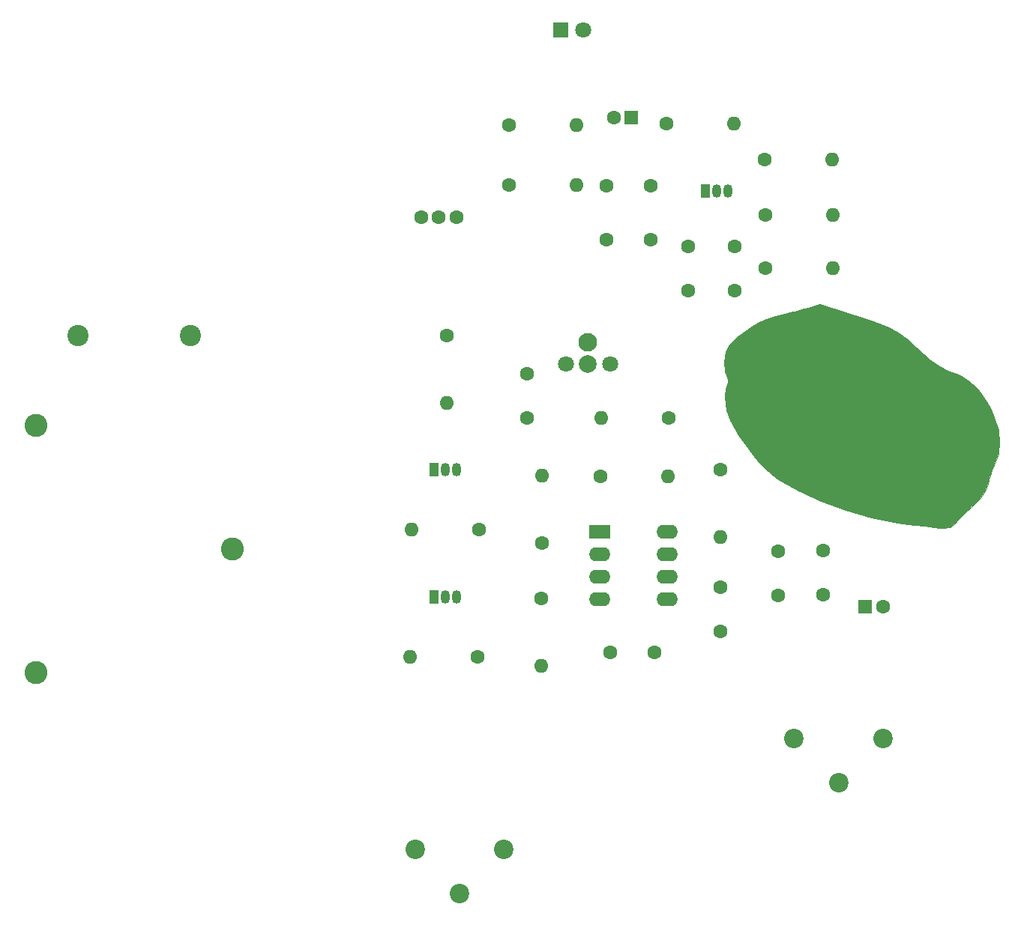
<source format=gbr>
%TF.GenerationSoftware,KiCad,Pcbnew,5.1.10-88a1d61d58~90~ubuntu20.04.1*%
%TF.CreationDate,2021-07-22T12:56:01-07:00*%
%TF.ProjectId,TwinTCPO,5477696e-5443-4504-9f2e-6b696361645f,A*%
%TF.SameCoordinates,Original*%
%TF.FileFunction,Soldermask,Bot*%
%TF.FilePolarity,Negative*%
%FSLAX46Y46*%
G04 Gerber Fmt 4.6, Leading zero omitted, Abs format (unit mm)*
G04 Created by KiCad (PCBNEW 5.1.10-88a1d61d58~90~ubuntu20.04.1) date 2021-07-22 12:56:01*
%MOMM*%
%LPD*%
G01*
G04 APERTURE LIST*
%ADD10C,0.010000*%
%ADD11O,2.400000X1.600000*%
%ADD12R,2.400000X1.600000*%
%ADD13C,1.600000*%
%ADD14O,1.600000X1.600000*%
%ADD15C,2.100000*%
%ADD16C,1.800000*%
%ADD17C,2.000000*%
%ADD18R,1.050000X1.500000*%
%ADD19O,1.050000X1.500000*%
%ADD20C,2.200000*%
%ADD21C,2.600000*%
%ADD22C,2.400000*%
%ADD23R,1.800000X1.800000*%
%ADD24R,1.400000X2.600000*%
%ADD25R,1.600000X1.600000*%
G04 APERTURE END LIST*
D10*
%TO.C,G\u002A\u002A\u002A*%
G36*
X163255043Y-76232577D02*
G01*
X162700427Y-76398460D01*
X161958233Y-76602853D01*
X161170589Y-76806879D01*
X161010666Y-76846541D01*
X159729111Y-77172792D01*
X158700394Y-77470800D01*
X157844913Y-77776982D01*
X157083071Y-78127752D01*
X156335266Y-78559527D01*
X155521900Y-79108721D01*
X154617263Y-79771421D01*
X153844541Y-80538984D01*
X153374189Y-81450077D01*
X153211081Y-82486387D01*
X153360092Y-83629606D01*
X153481754Y-84036550D01*
X153631427Y-84570359D01*
X153634402Y-84933023D01*
X153536719Y-85185467D01*
X153388033Y-85694363D01*
X153333480Y-86414136D01*
X153370228Y-87231176D01*
X153495446Y-88031872D01*
X153618777Y-88477641D01*
X153895755Y-89152058D01*
X154302156Y-89908858D01*
X154863924Y-90788631D01*
X155607001Y-91831972D01*
X156557328Y-93079471D01*
X156571046Y-93097064D01*
X157240000Y-93927087D01*
X157808265Y-94554853D01*
X158360168Y-95061767D01*
X158980036Y-95529236D01*
X159347611Y-95777435D01*
X161641857Y-97118051D01*
X164190877Y-98300075D01*
X166941296Y-99305414D01*
X169839740Y-100115978D01*
X172832836Y-100713677D01*
X174642000Y-100961471D01*
X175899744Y-101104912D01*
X176867241Y-101211315D01*
X177591267Y-101276959D01*
X178118600Y-101298124D01*
X178496017Y-101271087D01*
X178770293Y-101192128D01*
X178988207Y-101057525D01*
X179196534Y-100863558D01*
X179442052Y-100606506D01*
X179470268Y-100577375D01*
X179971592Y-100075257D01*
X180601040Y-99463552D01*
X181236402Y-98860770D01*
X181342100Y-98762236D01*
X182158703Y-97920448D01*
X182708143Y-97140455D01*
X183034562Y-96350699D01*
X183141239Y-95845681D01*
X183266030Y-95354410D01*
X183494733Y-94718879D01*
X183719382Y-94203333D01*
X184181306Y-92916452D01*
X184340607Y-91601898D01*
X184195449Y-90228785D01*
X183743996Y-88766231D01*
X183342580Y-87867833D01*
X182680204Y-86723157D01*
X181894712Y-85694620D01*
X181039707Y-84836981D01*
X180168790Y-84205000D01*
X179440568Y-83881559D01*
X178455013Y-83513982D01*
X177482132Y-82976963D01*
X176455534Y-82228681D01*
X175485474Y-81390155D01*
X174695168Y-80671279D01*
X174032410Y-80089453D01*
X173444712Y-79616241D01*
X172879589Y-79223206D01*
X172284553Y-78881909D01*
X171607117Y-78563915D01*
X170794793Y-78240786D01*
X169795096Y-77884084D01*
X168555538Y-77465373D01*
X167742376Y-77194977D01*
X164060086Y-75972311D01*
X163255043Y-76232577D01*
G37*
X163255043Y-76232577D02*
X162700427Y-76398460D01*
X161958233Y-76602853D01*
X161170589Y-76806879D01*
X161010666Y-76846541D01*
X159729111Y-77172792D01*
X158700394Y-77470800D01*
X157844913Y-77776982D01*
X157083071Y-78127752D01*
X156335266Y-78559527D01*
X155521900Y-79108721D01*
X154617263Y-79771421D01*
X153844541Y-80538984D01*
X153374189Y-81450077D01*
X153211081Y-82486387D01*
X153360092Y-83629606D01*
X153481754Y-84036550D01*
X153631427Y-84570359D01*
X153634402Y-84933023D01*
X153536719Y-85185467D01*
X153388033Y-85694363D01*
X153333480Y-86414136D01*
X153370228Y-87231176D01*
X153495446Y-88031872D01*
X153618777Y-88477641D01*
X153895755Y-89152058D01*
X154302156Y-89908858D01*
X154863924Y-90788631D01*
X155607001Y-91831972D01*
X156557328Y-93079471D01*
X156571046Y-93097064D01*
X157240000Y-93927087D01*
X157808265Y-94554853D01*
X158360168Y-95061767D01*
X158980036Y-95529236D01*
X159347611Y-95777435D01*
X161641857Y-97118051D01*
X164190877Y-98300075D01*
X166941296Y-99305414D01*
X169839740Y-100115978D01*
X172832836Y-100713677D01*
X174642000Y-100961471D01*
X175899744Y-101104912D01*
X176867241Y-101211315D01*
X177591267Y-101276959D01*
X178118600Y-101298124D01*
X178496017Y-101271087D01*
X178770293Y-101192128D01*
X178988207Y-101057525D01*
X179196534Y-100863558D01*
X179442052Y-100606506D01*
X179470268Y-100577375D01*
X179971592Y-100075257D01*
X180601040Y-99463552D01*
X181236402Y-98860770D01*
X181342100Y-98762236D01*
X182158703Y-97920448D01*
X182708143Y-97140455D01*
X183034562Y-96350699D01*
X183141239Y-95845681D01*
X183266030Y-95354410D01*
X183494733Y-94718879D01*
X183719382Y-94203333D01*
X184181306Y-92916452D01*
X184340607Y-91601898D01*
X184195449Y-90228785D01*
X183743996Y-88766231D01*
X183342580Y-87867833D01*
X182680204Y-86723157D01*
X181894712Y-85694620D01*
X181039707Y-84836981D01*
X180168790Y-84205000D01*
X179440568Y-83881559D01*
X178455013Y-83513982D01*
X177482132Y-82976963D01*
X176455534Y-82228681D01*
X175485474Y-81390155D01*
X174695168Y-80671279D01*
X174032410Y-80089453D01*
X173444712Y-79616241D01*
X172879589Y-79223206D01*
X172284553Y-78881909D01*
X171607117Y-78563915D01*
X170794793Y-78240786D01*
X169795096Y-77884084D01*
X168555538Y-77465373D01*
X167742376Y-77194977D01*
X164060086Y-75972311D01*
X163255043Y-76232577D01*
%TD*%
D11*
%TO.C,U1*%
X146820000Y-101750000D03*
X139200000Y-109370000D03*
X146820000Y-104290000D03*
X139200000Y-106830000D03*
X146820000Y-106830000D03*
X139200000Y-104290000D03*
X146820000Y-109370000D03*
D12*
X139200000Y-101750000D03*
%TD*%
D13*
%TO.C,SW1*%
X123000000Y-66200000D03*
X121000000Y-66200000D03*
X119000000Y-66200000D03*
%TD*%
D14*
%TO.C,R15*%
X152850000Y-102370000D03*
D13*
X152850000Y-94750000D03*
%TD*%
D14*
%TO.C,R14*%
X146920000Y-95450000D03*
D13*
X139300000Y-95450000D03*
%TD*%
D14*
%TO.C,R13*%
X136570000Y-55750000D03*
D13*
X128950000Y-55750000D03*
%TD*%
D14*
%TO.C,R12*%
X132600000Y-116870000D03*
D13*
X132600000Y-109250000D03*
%TD*%
D14*
%TO.C,R11*%
X132650000Y-95430000D03*
D13*
X132650000Y-103050000D03*
%TD*%
D14*
%TO.C,R10*%
X139330000Y-88900000D03*
D13*
X146950000Y-88900000D03*
%TD*%
D15*
%TO.C,R9*%
X137850000Y-80300000D03*
D16*
X140350000Y-82800000D03*
X135350000Y-82800000D03*
D17*
X137850000Y-82800000D03*
%TD*%
D14*
%TO.C,R8*%
X165500000Y-71950000D03*
D13*
X157880000Y-71950000D03*
%TD*%
D14*
%TO.C,R7*%
X165470000Y-65950000D03*
D13*
X157850000Y-65950000D03*
%TD*%
D14*
%TO.C,R6*%
X121900000Y-87170000D03*
D13*
X121900000Y-79550000D03*
%TD*%
D14*
%TO.C,R5*%
X154370000Y-55600000D03*
D13*
X146750000Y-55600000D03*
%TD*%
D14*
%TO.C,R4*%
X136570000Y-62500000D03*
D13*
X128950000Y-62500000D03*
%TD*%
D14*
%TO.C,R3*%
X117930000Y-101450000D03*
D13*
X125550000Y-101450000D03*
%TD*%
D14*
%TO.C,R2*%
X165420000Y-59700000D03*
D13*
X157800000Y-59700000D03*
%TD*%
D14*
%TO.C,R1*%
X117730000Y-115900000D03*
D13*
X125350000Y-115900000D03*
%TD*%
D18*
%TO.C,Q3*%
X120450000Y-94750000D03*
D19*
X122990000Y-94750000D03*
X121720000Y-94750000D03*
%TD*%
D18*
%TO.C,Q2*%
X151150000Y-63200000D03*
D19*
X153690000Y-63200000D03*
X152420000Y-63200000D03*
%TD*%
D18*
%TO.C,Q1*%
X120450000Y-109100000D03*
D19*
X122990000Y-109100000D03*
X121720000Y-109100000D03*
%TD*%
D20*
%TO.C,J3*%
X128350000Y-137600000D03*
X118350000Y-137600000D03*
X123350000Y-142600000D03*
%TD*%
D21*
%TO.C,J2*%
X75500000Y-117700000D03*
X75500000Y-89700000D03*
X97700000Y-103700000D03*
D22*
X92950000Y-79550000D03*
X80250000Y-79550000D03*
%TD*%
D20*
%TO.C,J1*%
X171150000Y-125100000D03*
X161150000Y-125100000D03*
X166150000Y-130100000D03*
%TD*%
D16*
%TO.C,D2*%
X137290000Y-45000000D03*
D23*
X134750000Y-45000000D03*
%TD*%
D24*
%TO.C,D1*%
X166200000Y-88800000D03*
X171400000Y-88800000D03*
%TD*%
D13*
%TO.C,C11*%
X171150000Y-110200000D03*
D25*
X169150000Y-110200000D03*
%TD*%
D13*
%TO.C,C10*%
X164400000Y-103850000D03*
X164400000Y-108850000D03*
%TD*%
%TO.C,C9*%
X159300000Y-103900000D03*
X159300000Y-108900000D03*
%TD*%
%TO.C,C8*%
X152800000Y-113000000D03*
X152800000Y-108000000D03*
%TD*%
%TO.C,C7*%
X145400000Y-115400000D03*
X140400000Y-115400000D03*
%TD*%
%TO.C,C6*%
X130950000Y-83900000D03*
X130950000Y-88900000D03*
%TD*%
%TO.C,C5*%
X139950000Y-68700000D03*
X144950000Y-68700000D03*
%TD*%
%TO.C,C4*%
X154400000Y-74450000D03*
X154400000Y-69450000D03*
%TD*%
%TO.C,C3*%
X149200000Y-74450000D03*
X149200000Y-69450000D03*
%TD*%
%TO.C,C2*%
X140750000Y-54950000D03*
D25*
X142750000Y-54950000D03*
%TD*%
D13*
%TO.C,C1*%
X144950000Y-62650000D03*
X139950000Y-62650000D03*
%TD*%
M02*

</source>
